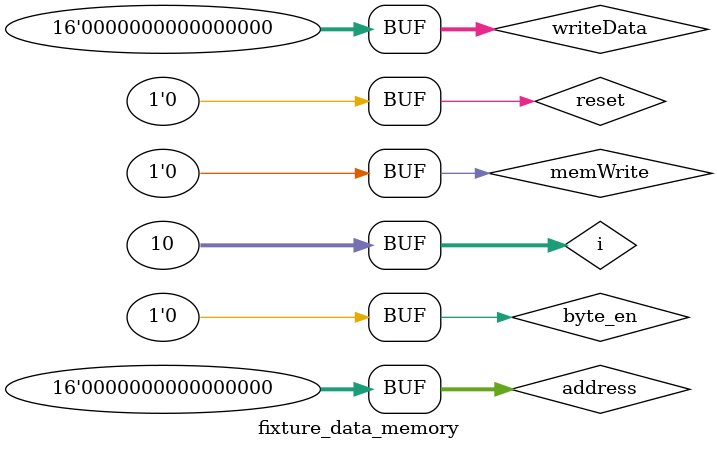
<source format=v>
`include "data_memory.v"
module fixture_data_memory();
	reg memWrite, reset, byte_en;
	reg [15:0] address, writeData;
	wire [15:0] readData;
		
	integer i;
	
	data_memory uut(
		.memWrite(memWrite),
		.reset(reset),
		.byte_en(byte_en),
		.address(address),
		.writeData(writeData),
		.readData(readData)
	);
	
	initial
		{memWrite, reset, byte_en, address, writeData} = 0;
	
	always@(*) begin
		#3;
		$display("\n=====\n");
		$display("reset = %h", uut.reset);
		$display("byte_en = %h", uut.byte_en);
		$display("memWrite = %h", uut.memWrite);
		$display("writeData = %h", uut.writeData);
		$display("address = %h", uut.address);
		$display("readData = %h", uut.readData);
	end
	
	initial begin
		reset = 1;
		#10 reset = 0;
		#10 reset = 1;
		
		#10 writeData = 16'h abcd;
		
		for (i=0;i<10;i=i+2)
			#10 address = i;
			
		#10 memWrite = 1;
		#10 memWrite = 0;		
			
		#10 byte_en = 1;	
		for (i=0;i<10;i=i+1)
			#10 address = i;
			
		#10 memWrite = 1;
		#10 memWrite = 0;

	end
endmodule
	
</source>
